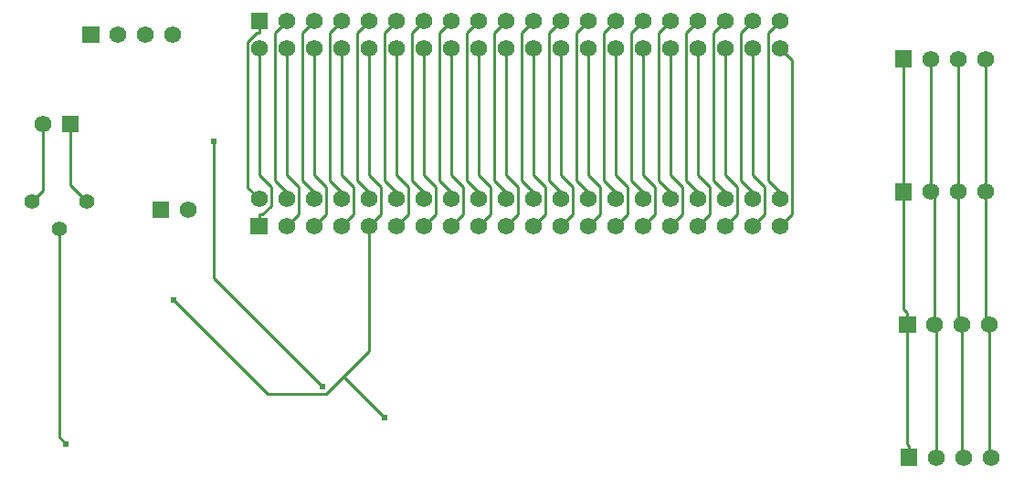
<source format=gbl>
G04 Layer: BottomLayer*
G04 EasyEDA v6.4.19.5, 2021-05-30T15:20:28--7:00*
G04 00a0cf8a2f6945cda59000bd480c23e2,9479053ce0554845bf9291591982ae42,10*
G04 Gerber Generator version 0.2*
G04 Scale: 100 percent, Rotated: No, Reflected: No *
G04 Dimensions in millimeters *
G04 leading zeros omitted , absolute positions ,4 integer and 5 decimal *
%FSLAX45Y45*%
%MOMM*%

%ADD11C,0.2600*%
%ADD13C,0.6100*%
%ADD20R,1.5748X1.5748*%
%ADD21C,1.5748*%
%ADD22C,1.4000*%

%LPD*%
D11*
X1435100Y7378700D02*
G01*
X1435100Y5447029D01*
X1498600Y5383276D01*
X8115300Y9309100D02*
G01*
X8003793Y9197594D01*
X8003793Y7827010D01*
X8113013Y7717789D01*
X8113013Y7658100D01*
X8113013Y7404100D02*
G01*
X8225027Y7516113D01*
X8225027Y8945371D01*
X8115300Y9055100D01*
X7861300Y9309100D02*
G01*
X7749793Y9197594D01*
X7749793Y7827010D01*
X7859013Y7717789D01*
X7859013Y7658100D01*
X7859013Y7404100D02*
G01*
X7967472Y7512558D01*
X7967472Y7773670D01*
X7861300Y7879842D01*
X7861300Y9055100D01*
X7607300Y9309100D02*
G01*
X7495793Y9197594D01*
X7495793Y7827010D01*
X7605013Y7717789D01*
X7605013Y7658100D01*
X7605013Y7404100D02*
G01*
X7713472Y7512558D01*
X7713472Y7773670D01*
X7607300Y7879842D01*
X7607300Y9055100D01*
X7353300Y9309100D02*
G01*
X7241793Y9197594D01*
X7241793Y7827010D01*
X7351013Y7717789D01*
X7351013Y7658100D01*
X7351013Y7404100D02*
G01*
X7459472Y7512558D01*
X7459472Y7773670D01*
X7353300Y7879842D01*
X7353300Y9055100D01*
X7099300Y9309100D02*
G01*
X6987793Y9197594D01*
X6987793Y7827010D01*
X7097013Y7717789D01*
X7097013Y7658100D01*
X7097013Y7404100D02*
G01*
X7205472Y7512558D01*
X7205472Y7773670D01*
X7099300Y7879842D01*
X7099300Y9055100D01*
X6845300Y9309100D02*
G01*
X6733793Y9197594D01*
X6733793Y7827010D01*
X6843013Y7717789D01*
X6843013Y7658100D01*
X6843013Y7404100D02*
G01*
X6951472Y7512558D01*
X6951472Y7773670D01*
X6845300Y7879842D01*
X6845300Y9055100D01*
X6591300Y9309100D02*
G01*
X6479793Y9197594D01*
X6479793Y7827010D01*
X6589013Y7717789D01*
X6589013Y7658100D01*
X6589013Y7404100D02*
G01*
X6697472Y7512558D01*
X6697472Y7773670D01*
X6591300Y7879842D01*
X6591300Y9055100D01*
X6337300Y9309100D02*
G01*
X6225793Y9197594D01*
X6225793Y7827010D01*
X6335013Y7717789D01*
X6335013Y7658100D01*
X6335013Y7404100D02*
G01*
X6443472Y7512558D01*
X6443472Y7773670D01*
X6337300Y7879842D01*
X6337300Y9055100D01*
X6083300Y9309100D02*
G01*
X5971793Y9197594D01*
X5971793Y7827010D01*
X6081013Y7717789D01*
X6081013Y7658100D01*
X6081013Y7404100D02*
G01*
X6189472Y7512558D01*
X6189472Y7773670D01*
X6083300Y7879842D01*
X6083300Y9055100D01*
X5829300Y9309100D02*
G01*
X5717793Y9197594D01*
X5717793Y7827010D01*
X5827013Y7717789D01*
X5827013Y7658100D01*
X5827013Y7404100D02*
G01*
X5935472Y7512558D01*
X5935472Y7773670D01*
X5829300Y7879842D01*
X5829300Y9055100D01*
X5575300Y9309100D02*
G01*
X5463793Y9197594D01*
X5463793Y7827010D01*
X5573013Y7717789D01*
X5573013Y7658100D01*
X5573013Y7404100D02*
G01*
X5681472Y7512558D01*
X5681472Y7773670D01*
X5575300Y7879842D01*
X5575300Y9055100D01*
X5321300Y9309100D02*
G01*
X5209793Y9197594D01*
X5209793Y7827010D01*
X5319013Y7717789D01*
X5319013Y7658100D01*
X5319013Y7404100D02*
G01*
X5427472Y7512558D01*
X5427472Y7773670D01*
X5321300Y7879842D01*
X5321300Y9055100D01*
X5067300Y9309100D02*
G01*
X4955793Y9197594D01*
X4955793Y7827010D01*
X5065013Y7717789D01*
X5065013Y7658100D01*
X5065013Y7404100D02*
G01*
X5173472Y7512558D01*
X5173472Y7773670D01*
X5067300Y7879842D01*
X5067300Y9055100D01*
X4813300Y9309100D02*
G01*
X4701793Y9197594D01*
X4701793Y7827010D01*
X4811013Y7717789D01*
X4811013Y7658100D01*
X4811013Y7404100D02*
G01*
X4919472Y7512558D01*
X4919472Y7773670D01*
X4813300Y7879842D01*
X4813300Y9055100D01*
X4559300Y9309100D02*
G01*
X4447793Y9197594D01*
X4447793Y7827010D01*
X4557013Y7717789D01*
X4557013Y7658100D01*
X4557013Y7404100D02*
G01*
X4665472Y7512558D01*
X4665472Y7773670D01*
X4559300Y7879842D01*
X4559300Y9055100D01*
X4305300Y9309100D02*
G01*
X4193793Y9197594D01*
X4193793Y7827010D01*
X4303013Y7717789D01*
X4303013Y7658100D01*
X4051300Y9309100D02*
G01*
X3939793Y9197594D01*
X3939793Y7827010D01*
X4049013Y7717789D01*
X4049013Y7658100D01*
X4049013Y7404100D02*
G01*
X4157472Y7512558D01*
X4157472Y7773670D01*
X4051300Y7879842D01*
X4051300Y9055100D01*
X3797300Y9309100D02*
G01*
X3685793Y9197594D01*
X3685793Y7827010D01*
X3795013Y7717789D01*
X3795013Y7658100D01*
X3543300Y9309100D02*
G01*
X3431793Y9197594D01*
X3431793Y7827010D01*
X3541013Y7717789D01*
X3541013Y7658100D01*
X3541013Y7404100D02*
G01*
X3649472Y7512558D01*
X3649472Y7773670D01*
X3543300Y7879842D01*
X3543300Y9055100D01*
X9817100Y5257800D02*
G01*
X9804400Y5270500D01*
X9804400Y6491478D01*
X9804400Y6491478D02*
G01*
X9766300Y6529578D01*
X9766300Y7725155D01*
X9766300Y7725155D02*
G01*
X9766300Y8958834D01*
X3795013Y7404100D02*
G01*
X3903472Y7512558D01*
X3903472Y7773670D01*
X3797300Y7879842D01*
X3797300Y9055100D01*
X10071100Y5257800D02*
G01*
X10058400Y5270500D01*
X10058400Y6491478D01*
X10058400Y6491478D02*
G01*
X10020300Y6529578D01*
X10020300Y7725155D01*
X10020300Y7725155D02*
G01*
X10020300Y8958834D01*
X3287013Y7658100D02*
G01*
X3181350Y7763763D01*
X3181350Y9120124D01*
X3262375Y9201150D01*
X3289300Y9201150D01*
X3289300Y9309100D02*
G01*
X3289300Y9201150D01*
X1689100Y7632700D02*
G01*
X1536700Y7785100D01*
X1536700Y8356600D01*
X3287013Y7512050D02*
G01*
X3313938Y7512050D01*
X3395472Y7593584D01*
X3395472Y7773670D01*
X3289300Y7879842D01*
X3289300Y9055100D01*
X3287013Y7404100D02*
G01*
X3287013Y7512050D01*
X9563100Y5257800D02*
G01*
X9563100Y6478778D01*
X9550400Y6491478D01*
X9550400Y6491478D02*
G01*
X9550400Y7687055D01*
X9512300Y7725155D01*
X9512300Y7725155D02*
G01*
X9512300Y8958834D01*
X9309100Y5257800D02*
G01*
X9309100Y5365750D01*
X9309100Y5365750D02*
G01*
X9296400Y5378450D01*
X9296400Y6491478D01*
X9296400Y6491478D02*
G01*
X9296400Y6599428D01*
X9296400Y6599428D02*
G01*
X9258300Y6637528D01*
X9258300Y7725155D01*
X9258300Y7725155D02*
G01*
X9258300Y8958834D01*
X4303013Y7404100D02*
G01*
X4411472Y7512558D01*
X4411472Y7773670D01*
X4305300Y7879842D01*
X4305300Y9055100D01*
X4067047Y6007100D02*
G01*
X4446777Y5627370D01*
X4303013Y7404100D02*
G01*
X4303013Y6242812D01*
X4067047Y6007100D01*
X4067047Y6007100D02*
G01*
X3907536Y5847334D01*
X3366261Y5847334D01*
X2490724Y6722871D01*
X2865120Y8192262D02*
G01*
X2865120Y6924802D01*
X3872738Y5917184D01*
X1181100Y7632700D02*
G01*
X1282700Y7734300D01*
X1282700Y8356600D01*
G36*
X3210559Y9230360D02*
G01*
X3368040Y9230360D01*
X3368040Y9387839D01*
X3210559Y9387839D01*
G37*
D21*
G01*
X3289300Y9055100D03*
G01*
X3543300Y9309100D03*
G01*
X3543300Y9055100D03*
G01*
X3797300Y9309100D03*
G01*
X3797300Y9055100D03*
G01*
X4051300Y9309100D03*
G01*
X4051300Y9055100D03*
G01*
X4305300Y9309100D03*
G01*
X4305300Y9055100D03*
G01*
X4559300Y9309100D03*
G01*
X4559300Y9055100D03*
G01*
X4813300Y9309100D03*
G01*
X4813300Y9055100D03*
G01*
X5067300Y9309100D03*
G01*
X5067300Y9055100D03*
G01*
X5321300Y9309100D03*
G01*
X5321300Y9055100D03*
G01*
X5575300Y9309100D03*
G01*
X5575300Y9055100D03*
G01*
X5829300Y9309100D03*
G01*
X5829300Y9055100D03*
G01*
X6083300Y9309100D03*
G01*
X6083300Y9055100D03*
G01*
X6337300Y9309100D03*
G01*
X6337300Y9055100D03*
G01*
X6591300Y9309100D03*
G01*
X6591300Y9055100D03*
G01*
X6845300Y9309100D03*
G01*
X6845300Y9055100D03*
G01*
X7099300Y9309100D03*
G01*
X7099300Y9055100D03*
G01*
X7353300Y9309100D03*
G01*
X7353300Y9055100D03*
G01*
X7607300Y9309100D03*
G01*
X7607300Y9055100D03*
G01*
X7861300Y9309100D03*
G01*
X7861300Y9055100D03*
G01*
X8115300Y9309100D03*
G01*
X8115300Y9055100D03*
G36*
X9179559Y9037574D02*
G01*
X9337040Y9037574D01*
X9337040Y8880094D01*
X9179559Y8880094D01*
G37*
G01*
X9512300Y8958834D03*
G01*
X9766300Y8958834D03*
G01*
X10020300Y8958834D03*
G36*
X9179559Y7803895D02*
G01*
X9337040Y7803895D01*
X9337040Y7646415D01*
X9179559Y7646415D01*
G37*
G01*
X9512300Y7725155D03*
G01*
X9766300Y7725155D03*
G01*
X10020300Y7725155D03*
G36*
X9217659Y6570218D02*
G01*
X9375140Y6570218D01*
X9375140Y6412737D01*
X9217659Y6412737D01*
G37*
G01*
X9550400Y6491478D03*
G01*
X9804400Y6491478D03*
G01*
X10058400Y6491478D03*
G36*
X9230359Y5336539D02*
G01*
X9387840Y5336539D01*
X9387840Y5179060D01*
X9230359Y5179060D01*
G37*
G01*
X9563100Y5257800D03*
G01*
X9817100Y5257800D03*
G01*
X10071100Y5257800D03*
D20*
G01*
X1536700Y8356600D03*
D21*
G01*
X1282700Y8356600D03*
D20*
G01*
X2374900Y7556500D03*
D21*
G01*
X2628900Y7556500D03*
D22*
G01*
X1181100Y7632700D03*
G01*
X1435100Y7378700D03*
G01*
X1689100Y7632700D03*
G36*
X3208258Y7482839D02*
G01*
X3365738Y7482839D01*
X3365738Y7325360D01*
X3208258Y7325360D01*
G37*
D21*
G01*
X3286988Y7658100D03*
G01*
X3540988Y7404100D03*
G01*
X3540988Y7658100D03*
G01*
X3794988Y7404100D03*
G01*
X3794988Y7658100D03*
G01*
X4048988Y7404100D03*
G01*
X4048988Y7658100D03*
G01*
X4302988Y7404100D03*
G01*
X4302988Y7658100D03*
G01*
X4556988Y7404100D03*
G01*
X4556988Y7658100D03*
G01*
X4810988Y7404100D03*
G01*
X4810988Y7658100D03*
G01*
X5064988Y7404100D03*
G01*
X5064988Y7658100D03*
G01*
X5318988Y7404100D03*
G01*
X5318988Y7658100D03*
G01*
X5572988Y7404100D03*
G01*
X5572988Y7658100D03*
G01*
X5826988Y7404100D03*
G01*
X5826988Y7658100D03*
G01*
X6080988Y7404100D03*
G01*
X6080988Y7658100D03*
G01*
X6334988Y7404100D03*
G01*
X6334988Y7658100D03*
G01*
X6588988Y7404100D03*
G01*
X6588988Y7658100D03*
G01*
X6842988Y7404100D03*
G01*
X6842988Y7658100D03*
G01*
X7096988Y7404100D03*
G01*
X7096988Y7658100D03*
G01*
X7350988Y7404100D03*
G01*
X7350988Y7658100D03*
G01*
X7604988Y7404100D03*
G01*
X7604988Y7658100D03*
G01*
X7858988Y7404100D03*
G01*
X7858988Y7658100D03*
G01*
X8112988Y7404100D03*
G01*
X8112988Y7658100D03*
G36*
X1648460Y9260839D02*
G01*
X1805939Y9260839D01*
X1805939Y9103360D01*
X1648460Y9103360D01*
G37*
G01*
X1981200Y9182100D03*
G01*
X2235200Y9182100D03*
G01*
X2489200Y9182100D03*
D13*
G01*
X1498600Y5383276D03*
G01*
X2490724Y6722871D03*
G01*
X4446777Y5627370D03*
G01*
X3872738Y5917184D03*
G01*
X2865120Y8192262D03*
M02*

</source>
